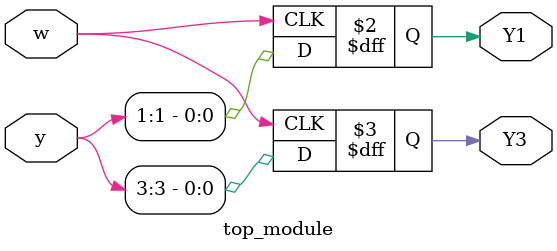
<source format=sv>
module top_module (
    input [5:0] y,
    input w,
    output reg Y1,
    output reg Y3
);

    always @(posedge w) begin
        Y1 <= y[1];
        Y3 <= y[3];
    end

endmodule

</source>
